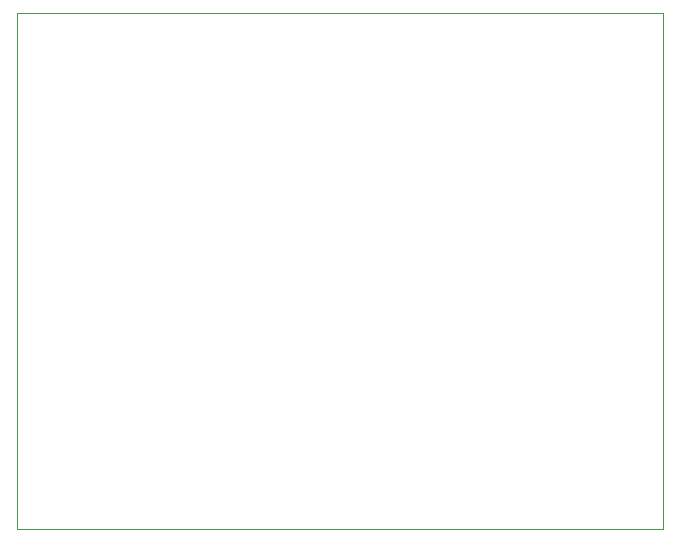
<source format=gbr>
%TF.GenerationSoftware,KiCad,Pcbnew,(5.1.9)-1*%
%TF.CreationDate,2021-05-20T14:53:22+02:00*%
%TF.ProjectId,pmd-keyface,706d642d-6b65-4796-9661-63652e6b6963,rev?*%
%TF.SameCoordinates,Original*%
%TF.FileFunction,Profile,NP*%
%FSLAX46Y46*%
G04 Gerber Fmt 4.6, Leading zero omitted, Abs format (unit mm)*
G04 Created by KiCad (PCBNEW (5.1.9)-1) date 2021-05-20 14:53:22*
%MOMM*%
%LPD*%
G01*
G04 APERTURE LIST*
%TA.AperFunction,Profile*%
%ADD10C,0.100000*%
%TD*%
G04 APERTURE END LIST*
D10*
X132207000Y-52070000D02*
X132207000Y-95758000D01*
X77470000Y-52070000D02*
X132207000Y-52070000D01*
X77470000Y-95758000D02*
X77470000Y-52070000D01*
X132207000Y-95758000D02*
X77470000Y-95758000D01*
M02*

</source>
